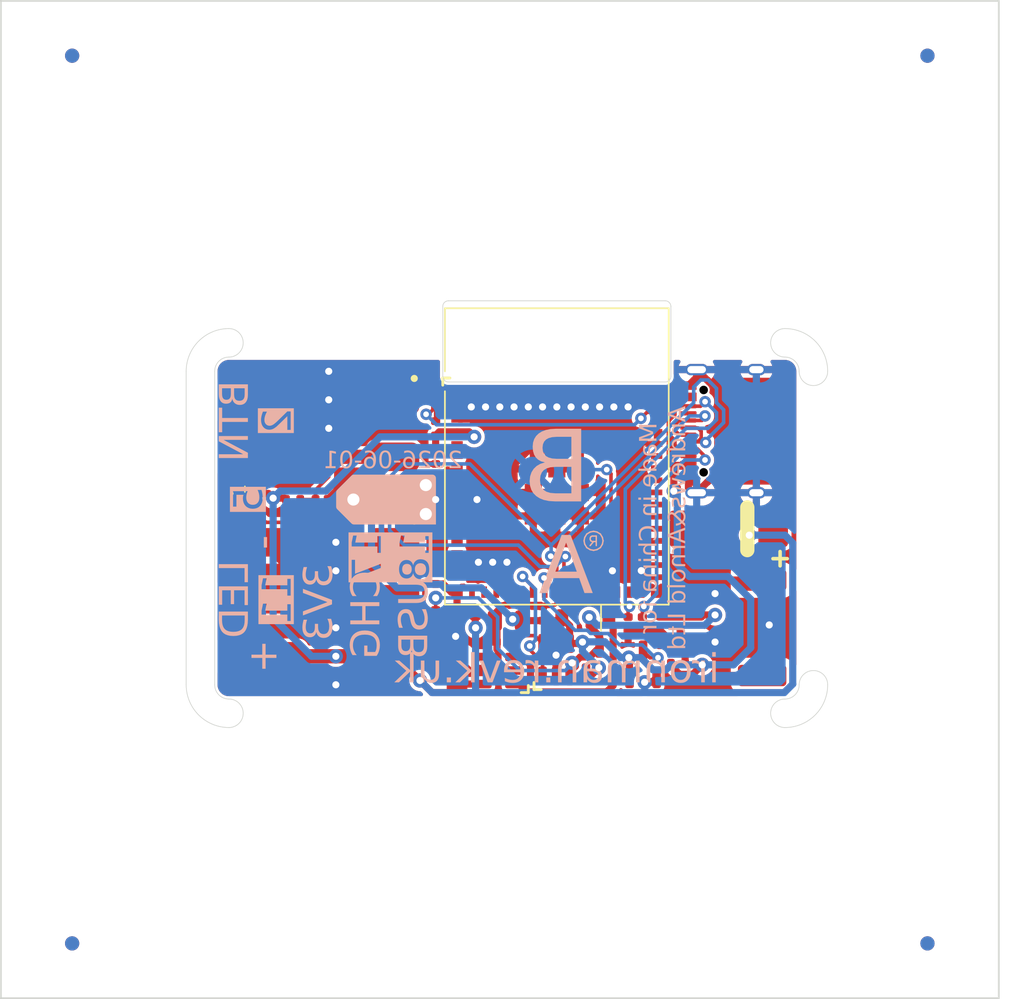
<source format=kicad_pcb>
(kicad_pcb (version 20241129) (generator "pcbnew") (generator_version "9.0")
  (title_block (title "Glove") (rev "5") (company "Adrian Kennard Andrews & Arnold Ltd") (comment 1 "www.me.uk") (comment 2 "@TheRealRevK"))
  (layers (0 "F.Cu" signal) (2 "B.Cu" signal) (13 "F.Paste" user) (15 "B.Paste" user) (5 "F.SilkS" user "F.Silkscreen") (7 "B.SilkS" user "B.Silkscreen") (1 "F.Mask" user) (3 "B.Mask" user) (25 "Edge.Cuts" user))
  (property "DATE" "2022-03-20")
  (net 0 "")
  (net 1 "D+")
  (net 2 "GND")
  (net 3 "D-")
  (net 4 "+3.3V")
  (net 5 "VBUS")
  (net 6 "Net-(J2-CC1)")
  (net 7 "Net-(D2-K)")
  (net 9 "Net-(J2-CC2)")
  (net 11 "LED")
  (net 12 "BTN")
  (net 14 "Net-(U1-EN)")
  (net 15 "RGB")
  (net 17 "USB")
  (net 21 "VBAT")
  (net 23 "Net-(U3-PROG)")
  (net 26 "ADC1")
  (net 40 "Net-(R7-Pad1)")
  (net 44 "CHARGING")
  (net 45 "Net-(J4-Pin_2)")
  (footprint "RevK:DFN1006-2L" (layer "F.Cu") (at 95.5 105.5 90)
    (property "Reference" "D1" (hide yes))
    (property "Value" "~")
  )
  (footprint "RevK:WAGO-2060-453-998-404" (layer "F.Cu") (at 88 107)
    (property "Reference" "J3" (hide yes))
    (property "Value" "Wago")
  )
  (footprint "RevK:R_0402" (layer "F.Cu") (at 95.5 95 90)
    (property "Reference" "R1" (hide yes))
    (property "Value" "10K" (hide yes))
  )
  (footprint "RevK:CP_EIA-7343-31_Kemet-D" (layer "F.Cu") (at 116.0625 102.05 180)
    (property "Reference" "C2" (hide yes))
    (property "Value" "C_Polarized")
  )
  (footprint "RevK:DFN1006-2L" (layer "F.Cu") (at 112.5 106.5)
    (property "Reference" "D20" (hide yes))
    (property "Value" "~")
  )
  (footprint "RevK:C_0805" (layer "F.Cu") (at 100.5 108.5 180)
    (property "Reference" "C26" (hide yes))
    (property "Value" "100uF")
  )
  (footprint "RevK:VCUT70N" (layer "F.Cu") (at 100 90)
    (property "Reference" "V1" (hide yes))
    (property "Value" "~")
  )
  (footprint "RevK:SOT-23-5" (layer "F.Cu") (at 103.95 111.2375 90)
    (property "Reference" "U3" (hide yes))
    (property "Value" "TP4054")
  )
  (footprint "RevK:R_0402" (layer "F.Cu") (at 109 108.75 90)
    (property "Reference" "R3" (hide yes))
    (property "Value" "5K1" (hide yes))
  )
  (footprint "RevK:R_0402" (layer "F.Cu") (at 95.5 110.15 -90)
    (property "Reference" "R7" (hide yes))
    (property "Value" "100K 1%" (hide yes))
  )
  (footprint "RevK:D_SOD-123" (layer "F.Cu") (at 106 108.3 180)
    (property "Reference" "D2" (hide yes))
    (property "Value" "MBR0530")
  )
  (footprint "RevK:SOT-23-5" (layer "F.Cu") (at 99.9 112 180)
    (property "Reference" "U4" (hide yes))
    (property "Value" "ME6211C33M5G-N")
  )
  (footprint "RevK:USB-C-Socket-H" (layer "F.Cu") (at 114.3 95.2 90)
    (property "Reference" "J2" (hide yes))
    (property "Value" "USB-C-Socket-V")
  )
  (footprint "RevK:ESP32-S3-MINI-1" (layer "F.Cu") (at 104 99.5)
    (property "Reference" "U1" (hide yes))
    (property "Value" "ESP32-S3-MINI-1" (hide yes))
  )
  (footprint "RevK:SOT-23" (layer "F.Cu") (at 110.05 111.5625 90)
    (property "Reference" "Q3" (hide yes))
    (property "Value" "CJ2301")
  )
  (footprint "RevK:R_0402" (layer "F.Cu") (at 100.3 110)
    (property "Reference" "R4" (hide yes))
    (property "Value" "10K" (hide yes))
  )
  (footprint "RevK:VCUT70N" (layer "F.Cu") (at 121 100 90)
    (property "Reference" "V2" (hide yes))
    (property "Value" "~")
  )
  (footprint "RevK:C_0805" (layer "F.Cu") (at 97 112 90)
    (property "Reference" "C1" (hide yes))
    (property "Value" "100uF")
  )
  (footprint "RevK:DFN1006-2L" (layer "F.Cu") (at 87.5 100 180)
    (property "Reference" "D3" (hide yes))
    (property "Value" "~")
  )
  (footprint "RevK:R_0402" (layer "F.Cu") (at 103 108 90)
    (property "Reference" "R5" (hide yes))
    (property "Value" "10K" (hide yes))
  )
  (footprint "RevK:R_0402" (layer "F.Cu") (at 95.5 108.25 -90)
    (property "Reference" "R9" (hide yes))
    (property "Value" "100K 1%" (hide yes))
  )
  (footprint "RevK:C_0402" (layer "F.Cu") (at 95.5 93 90)
    (property "Reference" "C5" (hide yes))
    (property "Value" "1uF" (hide yes))
  )
  (footprint "RevK:C_0603" (layer "F.Cu") (at 97.5 108 180)
    (property "Reference" "C20" (hide yes))
    (property "Value" "22uF")
  )
  (footprint "RevK:SOT-23" (layer "F.Cu") (at 107 111.3 90)
    (property "Reference" "Q1" (hide yes))
    (property "Value" "CJ2301")
  )
  (footprint "RevK:VCUT70N" (layer "F.Cu") (at 100 114 180)
    (property "Reference" "V4" (hide yes))
    (property "Value" "~")
  )
  (footprint "RevK:R_0402" (layer "F.Cu") (at 110 108.75 -90)
    (property "Reference" "R2" (hide yes))
    (property "Value" "5K1" (hide yes))
  )
  (footprint "RevK:R_0402" (layer "F.Cu") (at 85.5 100)
    (property "Reference" "R6" (hide yes))
    (property "Value" "10K" (hide yes))
  )
  (footprint "RevK:JST_PH_S2B-PH-SM4-TB_1x02-1MP_P2.00mm_Horizontal" (layer "F.Cu") (at 115.5 109 90)
    (property "Reference" "J1" (hide yes))
    (property "Value" "JST-PH-SM4-TB")
  )
  (footprint "RevK:R_0402" (layer "F.Cu") (at 112.5 111.5)
    (property "Reference" "R11" (hide yes))
    (property "Value" "100K 1%" (hide yes))
  )
  (footprint "RevK:SMD1010" (layer "F.Cu") (at 82 100)
    (property "Reference" "D4" (hide yes))
    (property "Value" "XL-1010RGBC-WS2812B" (hide yes))
  )
  (footprint "RevK:C_0402" (layer "F.Cu") (at 95.5 97 -90)
    (property "Reference" "C19" (hide yes))
    (property "Value" "100nF" (hide yes))
  )
  (footprint "RevK:WAGO-2060-452-998-404" (layer "F.Cu") (at 88 95)
    (property "Reference" "J5" (hide yes))
    (property "Value" "BTN")
  )
  (footprint "RevK:R_0402" (layer "F.Cu") (at 95.5 111.95 -90)
    (property "Reference" "R8" (hide yes))
    (property "Value" "100K 1%" (hide yes))
  )
  (footprint "RevK:Tag-Connect_TC2030-IDC-NL_2x03_P1.27mm_Vertical" (layer "B.Cu") (at 92.27 100)
    (property "Reference" "J7" (hide yes))
    (property "Value" "TC2030-USB-NL-DS")
  )
  (footprint "RevK:PCB7070" (layer "B.Cu") (at 100 100 180)
    (property "Reference" "PCB1" (hide yes))
    (property "Value" "70x70" (hide yes))
    (fp_line (start 35 35) (end 35 -35) (stroke (width 0.12)) (layer "Edge.Cuts"))
    (fp_line (start 35 -35) (end -35 -35) (stroke (width 0.12)) (layer "Edge.Cuts"))
    (fp_line (start -35 35) (end 35 35) (stroke (width 0.12)) (layer "Edge.Cuts"))
    (fp_line (start -35 -35) (end -35 35) (stroke (width 0.12)) (layer "Edge.Cuts"))
  )
  (footprint "RevK:AA-Pad" (layer "B.Cu") (at 104 98 180)
    (property "Reference" "J4" (hide yes))
    (property "Value" "Reset")
  )
  (gr_arc (start 120 88) (mid 122.12132 88.87868) (end 123 91) (stroke (width 0.05)) (layer "Edge.Cuts"))
  (gr_arc (start 81 88) (mid 82 89) (end 81 90) (stroke (width 0.05)) (layer "Edge.Cuts"))
  (gr_arc (start 120 90) (mid 119 89) (end 120 88) (stroke (width 0.05)) (layer "Edge.Cuts"))
  (gr_line (start 112 91.35) (end 112 86.45) (stroke (width 0.05)) (layer "Edge.Cuts"))
  (gr_line (start 78 113) (end 78 91) (stroke (width 0.05)) (layer "Edge.Cuts"))
  (gr_arc (start 123 113) (mid 122.12132 115.12132) (end 120 116) (stroke (width 0.05)) (layer "Edge.Cuts"))
  (gr_arc (start 78 91) (mid 78.87868 88.87868) (end 81 88) (stroke (width 0.05)) (layer "Edge.Cuts"))
  (gr_arc (start 80 91) (mid 80.292893 90.292893) (end 81 90) (stroke (width 0.05)) (layer "Edge.Cuts"))
  (gr_arc (start 121 113) (mid 120.707107 113.707107) (end 120 114) (stroke (width 0.05)) (layer "Edge.Cuts"))
  (gr_arc (start 96.4 91.75) (mid 96.117157 91.632843) (end 96 91.35) (stroke (width 0.05)) (layer "Edge.Cuts"))
  (gr_arc (start 96 86.45) (mid 96.117157 86.167157) (end 96.4 86.05) (stroke (width 0.05)) (layer "Edge.Cuts"))
  (gr_arc (start 121 113) (mid 122 112) (end 123 113) (stroke (width 0.05)) (layer "Edge.Cuts"))
  (gr_arc (start 81 114) (mid 80.292893 113.707107) (end 80 113) (stroke (width 0.05)) (layer "Edge.Cuts"))
  (gr_arc (start 123 91) (mid 122 92) (end 121 91) (stroke (width 0.05)) (layer "Edge.Cuts"))
  (gr_arc (start 120 90) (mid 120.707107 90.292893) (end 121 91) (stroke (width 0.05)) (layer "Edge.Cuts"))
  (gr_arc (start 81 114) (mid 82 115) (end 81 116) (stroke (width 0.05)) (layer "Edge.Cuts"))
  (gr_arc (start 120 116) (mid 119 115) (end 120 114) (stroke (width 0.05)) (layer "Edge.Cuts"))
  (gr_arc (start 81 116) (mid 78.87868 115.12132) (end 78 113) (stroke (width 0.05)) (layer "Edge.Cuts"))
  (gr_arc (start 112 91.35) (mid 111.882843 91.632843) (end 111.6 91.75) (stroke (width 0.05)) (layer "Edge.Cuts"))
  (gr_line (start 80 91) (end 80 113) (stroke (width 0.05)) (layer "Edge.Cuts"))
  (gr_arc (start 111.6 86.05) (mid 111.882843 86.167157) (end 112 86.45) (stroke (width 0.05)) (layer "Edge.Cuts"))
  (gr_line (start 111.6 86.05) (end 96.4 86.05) (stroke (width 0.05)) (layer "Edge.Cuts"))
  (gr_line (start 111.6 91.75) (end 96.4 91.75) (stroke (width 0.05)) (layer "Edge.Cuts"))
  (gr_line (start 96 91.35) (end 96 86.45) (stroke (width 0.05)) (layer "Edge.Cuts"))
  (gr_text "${CURRENT_DATE}" (at 92.5 97.3 0) (layer "B.SilkS") (effects (font (size 1.2 1.2)) (justify mirror)))
  (gr_text "3V3" (at 87.4 107.2 90) (layer "B.SilkS") (effects (font (size 2 2)) (justify mirror)))
  (gr_text "+" (at 83.5 111 90) (layer "B.SilkS") (effects (font (size 2 2)) (justify mirror)))
  (gr_text "Made in China for\nAndrews&Arnold Ltd" (at 111.5 102 90) (layer "B.SilkS") (effects (font (size 1.2 1.2)) (justify mirror)))
  (gr_text "2" (at 84.5 94.5 90) (layer "B.SilkS" knockout) (effects (font (size 2 2)) (justify mirror)))
  (gr_text "17\n18" (at 92.5 104 90) (layer "B.SilkS" knockout) (effects (font (size 2 2)) (justify mirror)))
  (gr_text "LED" (at 81.5 107 90) (layer "B.SilkS") (effects (font (size 2 2)) (justify mirror)))
  (gr_text "-" (at 83.5 103 90) (layer "B.SilkS") (effects (font (size 2 2)) (justify mirror)))
  (gr_text "5" (at 82.5 100 90) (layer "B.SilkS" knockout) (effects (font (size 2 2)) (justify mirror)))
  (gr_text "11" (at 84.5 107 90) (layer "B.SilkS" knockout) (effects (font (size 2 2)) (justify mirror)))
  (gr_text "A" (at 104.65 104.9 0) (layer "B.SilkS") (effects (font (size 4 4)) (justify mirror)))
  (gr_text "CHG\nUSB" (at 92.4 111.2 90) (layer "B.SilkS") (effects (font (size 2 2)) (justify right mirror)))
  (gr_text "ironman.revk.uk" (at 104 112 0) (layer "B.SilkS") (effects (font (size 2 2)) (justify mirror)))
  (gr_text "BTN" (at 81.5 94.5 90) (layer "B.SilkS") (effects (font (size 2 2)) (justify mirror)))
  (gr_text "®" (at 107.5 103.5 0) (layer "B.SilkS") (effects (font (size 1 1) (thickness 0.1) (bold yes)) (justify left bottom mirror)))
  (segment (start 112.334 94.706822) (end 112.334 95.193178) (width 0.25) (layer "F.Cu") (net 1))
  (segment (start 114.353605 94.206052) (end 114.364693 94.194964) (width 0.25) (layer "F.Cu") (net 1))
  (segment (start 114.353605 94.220096) (end 114.353605 94.206052) (width 0.25) (layer "F.Cu") (net 1))
  (segment (start 104.5 104.1) (end 104.6 104) (width 0.25) (layer "F.Cu") (net 1))
  (segment (start 114.364693 94.184053) (end 114.372888 94.175858) (width 0.25) (layer "F.Cu") (net 1))
  (segment (start 114.39103 94.132674) (end 114.391295 94.132409) (width 0.25) (layer "F.Cu") (net 1))
  (segment (start 104.5 105.7) (end 104.5 104.1) (width 0.25) (layer "F.Cu") (net 1))
  (segment (start 113.23 94.45) (end 114.164694 94.45) (width 0.25) (layer "F.Cu") (net 1))
  (segment (start 104.85 106.05) (end 104.5 105.7) (width 0.25) (layer "F.Cu") (net 1))
  (segment (start 112.566822 95.426) (end 113.206 95.426) (width 0.25) (layer "F.Cu") (net 1))
  (segment (start 114.387808 94.140808) (end 114.387808 94.138944) (width 0.25) (layer "F.Cu") (net 1))
  (segment (start 114.387808 94.138944) (end 114.38914 94.137612) (width 0.25) (layer "F.Cu") (net 1))
  (segment (start 114.378788 94.156491) (end 114.382954 94.152325) (width 0.25) (layer "F.Cu") (net 1))
  (segment (start 114.38914 94.136352) (end 114.390034 94.135458) (width 0.25) (layer "F.Cu") (net 1))
  (segment (start 114.391295 94.132409) (end 114.391295 94.131665) (width 0.25) (layer "F.Cu") (net 1))
  (segment (start 114.385839 94.142777) (end 114.387808 94.140808) (width 0.25) (layer "F.Cu") (net 1))
  (segment (start 114.385839 94.145504) (end 114.385839 94.142777) (width 0.25) (layer "F.Cu") (net 1))
  (segment (start 114.382954 94.148389) (end 114.385839 94.145504) (width 0.25) (layer "F.Cu") (net 1))
  (segment (start 114.164694 94.45) (end 114.33931 94.275384) (width 0.25) (layer "F.Cu") (net 1))
  (segment (start 112.334 95.193178) (end 112.566822 95.426) (width 0.25) (layer "F.Cu") (net 1))
  (segment (start 114.33931 94.234391) (end 114.353605 94.220096) (width 0.25) (layer "F.Cu") (net 1))
  (segment (start 114.382954 94.152325) (end 114.382954 94.148389) (width 0.25) (layer "F.Cu") (net 1))
  (segment (start 114.372888 94.175858) (end 114.372888 94.167974) (width 0.25) (layer "F.Cu") (net 1))
  (segment (start 112.566822 94.474) (end 112.334 94.706822) (width 0.25) (layer "F.Cu") (net 1))
  (segment (start 112.966 94.474) (end 112.566822 94.474) (width 0.25) (layer "F.Cu") (net 1))
  (segment (start 114.390632 94.13345) (end 114.39103 94.133052) (width 0.25) (layer "F.Cu") (net 1))
  (segment (start 114.364693 94.194964) (end 114.364693 94.184053) (width 0.25) (layer "F.Cu") (net 1))
  (segment (start 114.390632 94.134015) (end 114.390632 94.13345) (width 0.25) (layer "F.Cu") (net 1))
  (segment (start 114.390034 94.135458) (end 114.390034 94.134613) (width 0.25) (layer "F.Cu") (net 1))
  (segment (start 114.38914 94.137612) (end 114.38914 94.136352) (width 0.25) (layer "F.Cu") (net 1))
  (segment (start 114.33931 94.275384) (end 114.33931 94.234391) (width 0.25) (layer "F.Cu") (net 1))
  (segment (start 104.85 106.5) (end 104.85 106.05) (width 0.25) (layer "F.Cu") (net 1))
  (segment (start 114.39103 94.133052) (end 114.39103 94.132674) (width 0.25) (layer "F.Cu") (net 1))
  (segment (start 114.390034 94.134613) (end 114.390632 94.134015) (width 0.25) (layer "F.Cu") (net 1))
  (segment (start 114.372888 94.167974) (end 114.378788 94.162074) (width 0.25) (layer "F.Cu") (net 1))
  (segment (start 114.378788 94.162074) (end 114.378788 94.156491) (width 0.25) (layer "F.Cu") (net 1))
  (via (at 104.6 104) (size 0.8) (drill 0.4) (layers "F.Cu" "B.Cu") (net 1))
  (via (at 114.391295 94.131665) (size 0.8) (drill 0.4) (layers "F.Cu" "B.Cu") (net 1))
  (segment (start 92.27 102.17) (end 92.27 100.635) (width 0.25) (layer "B.Cu") (net 1))
  (segment (start 113.304731 94.131665) (end 114.391295 94.131665) (width 0.25) (layer "B.Cu") (net 1))
  (segment (start 102.8 104.7) (end 101.3 103.2) (width 0.25) (layer "B.Cu") (net 1))
  (segment (start 104.6 104) (end 104.2 103.6) (width 0.25) (layer "B.Cu") (net 1))
  (segment (start 103.9 104.7) (end 104.6 104) (width 0.25) (layer "B.Cu") (net 1))
  (segment (start 104.2 103.6) (end 104.2 103.236396) (width 0.25) (layer "B.Cu") (net 1))
  (segment (start 101.3 103.2) (end 93.3 103.2) (width 0.25) (layer "B.Cu") (net 1))
  (segment (start 102.8 104.7) (end 103.9 104.7) (width 0.25) (layer "B.Cu") (net 1))
  (segment (start 93.3 103.2) (end 92.27 102.17) (width 0.25) (layer "B.Cu") (net 1))
  (segment (start 104.2 103.236396) (end 113.304731 94.131665) (width 0.25) (layer "B.Cu") (net 1))
  (segment (start 95.876708 112.45) (end 97 111.326708) (width 0.5) (layer "F.Cu") (net 2))
  (segment (start 97.85 112) (end 97 111.15) (width 0.5) (layer "F.Cu") (net 2))
  (segment (start 94.751 96.119522) (end 93.631478 95) (width 0.4) (layer "F.Cu") (net 2))
  (segment (start 111.306497 109.25) (end 112.056497 110) (width 0.5) (layer "F.Cu") (net 2))
  (segment (start 96.6 106.5) (end 97 106.5) (width 0.5) (layer "F.Cu") (net 2))
  (segment (start 94.662706 106.137294) (end 94.676 106.150588) (width 0.25) (layer "F.Cu") (net 2))
  (segment (start 94.676 107.849412) (end 93.525412 109) (width 0.25) (layer "F.Cu") (net 2))
  (segment (start 114.564 98.766) (end 114.580008 98.766) (width 0.5) (layer "F.Cu") (net 2))
  (segment (start 118 95.76) (end 117.44 95.2) (width 0.5) (layer "F.Cu") (net 2))
  (segment (start 101.02342 107.374) (end 102.874 107.374) (width 0.4) (layer "F.Cu") (net 2))
  (segment (start 94.914588 97.5) (end 94.801 97.386412) (width 0.4) (layer "F.Cu") (net 2))
  (segment (start 93.525412 109) (end 88.5 109) (width 0.25) (layer "F.Cu") (net 2))
  (segment (start 113.81 90.88) (end 113.81 91.42) (width 0.5) (layer "F.Cu") (net 2))
  (segment (start 100.2 107.4) (end 100.99742 107.4) (width 0.4) (layer "F.Cu") (net 2))
  (segment (start 114.976 98.354) (end 117.44 95.89) (width 0.5) (layer "F.Cu") (net 2))
  (segment (start 95.5 105.925) (end 96.025 105.925) (width 0.5) (layer "F.Cu") (net 2))
  (segment (start 112.075 106.5) (end 111 106.5) (width 0.5) (layer "F.Cu") (net 2))
  (segment (start 95.5 97.5) (end 94.914588 97.5) (width 0.4) (layer "F.Cu") (net 2))
  (segment (start 95.5 112.45) (end 95.876708 112.45) (width 0.5) (layer "F.Cu") (net 2))
  (segment (start 113.81 99.52) (end 114.564 98.766) (width 0.5) (layer "F.Cu") (net 2))
  (segment (start 100.99742 107.4) (end 101.02342 107.374) (width 0.4) (layer "F.Cu") (net 2))
  (segment (start 117.44 95.89) (end 117.44 95.2) (width 0.5) (layer "F.Cu") (net 2))
  (segment (start 94.779 96.851718) (end 94.779 96.279) (width 0.4) (layer "F.Cu") (net 2))
  (segment (start 103 107.5) (end 103.6 107.5) (width 0.25) (layer "F.Cu") (net 2))
  (segment (start 102.874 107.374) (end 103 107.5) (width 0.4) (layer "F.Cu") (net 2))
  (segment (start 117.44 94.51) (end 117.44 95.2) (width 0.5) (layer "F.Cu") (net 2))
  (segment (start 116.15 112.35) (end 114.826 113.674) (width 0.25) (layer "F.Cu") (net 2))
  (segment (start 113 111.5) (end 113 110.35) (width 0.5) (layer "F.Cu") (net 2))
  (segment (start 93.631478 95) (end 88 95) (width 0.4) (layer "F.Cu") (net 2))
  (segment (start 113.81 98.98) (end 113.23 98.4) (width 0.5) (layer "F.Cu") (net 2))
  (segment (start 94.779 96.279) (end 94.751 96.251) (width 0.4) (layer "F.Cu") (net 2))
  (segment (start 103.945497 110.920072) (end 103.945497 112.370497) (width 0.5) (layer "F.Cu") (net 2))
  (segment (start 94.751 96.251) (end 94.751 96.119522) (width 0.4) (layer "F.Cu") (net 2))
  (segment (start 101.0375 112) (end 97.85 112) (width 0.5) (layer "F.Cu") (net 2))
  (segment (start 113.81 99.52) (end 113.81 98.98) (width 0.5) (layer "F.Cu") (net 2))
  (segment (start 94.801 97.386412) (end 94.801 96.873718) (width 0.4) (layer "F.Cu") (net 2))
  (segment (start 99.65 107.95) (end 100.2 107.4) (width 0.4) (layer "F.Cu") (net 2))
  (segment (start 103.864534 107.4) (end 103.964534 107.3) (width 0.25) (layer "F.Cu") (net 2))
  (segment (start 114.564 91.634) (end 114.580008 91.634) (width 0.5) (layer "F.Cu") (net 2))
  (segment (start 94.801 96.873718) (end 94.779 96.851718) (width 0.4) (layer "F.Cu") (net 2))
  (segment (start 118 94.64) (end 117.44 95.2) (width 0.5) (layer "F.Cu") (net 2))
  (segment (start 114.976 92.046) (end 117.44 94.51) (width 0.5) (layer "F.Cu") (net 2))
  (segment (start 97 107.725) (end 96.725 108) (width 0.5) (layer "F.Cu") (net 2))
  (segment (start 103.7 107.4) (end 103.864534 107.4) (width 0.25) (layer "F.Cu") (net 2))
  (segment (start 114.826 113.674) (end 109 113.674) (width 0.25) (layer "F.Cu") (net 2))
  (segment (start 103.6 107.5) (end 103.7 107.4) (width 0.25) (layer "F.Cu") (net 2))
  (segment (start 95.5 105.925) (end 94.875 105.925) (width 0.25) (layer "F.Cu") (net 2))
  (segment (start 114.580008 98.766) (end 114.976 98.370008) (width 0.5) (layer "F.Cu") (net 2))
  (segment (start 113.81 91.42) (end 113.23 92) (width 0.5) (layer "F.Cu") (net 2))
  (segment (start 92.6 93) (end 83.35 93) (width 1) (layer "F.Cu") (net 2))
  (segment (start 113 110.35) (end 112.65 110) (width 0.5) (layer "F.Cu") (net 2))
  (segment (start 96.025 105.925) (end 96.6 106.5) (width 0.5) (layer "F.Cu") (net 2))
  (segment (start 114.580008 91.634) (end 114.976 92.029992) (width 0.5) (layer "F.Cu") (net 2))
  (segment (start 109 109.25) (end 111.306497 109.25) (width 0.5) (layer "F.Cu") (net 2))
  (segment (start 114.976 92.029992) (end 114.976 92.046) (width 0.5) (layer "F.Cu") (net 2))
  (segment (start 99.65 108.5) (end 99.65 107.95) (width 0.4) (layer "F.Cu") (net 2))
  (segment (start 94.676 106.150588) (end 94.676 107.849412) (width 0.25) (layer "F.Cu") (net 2))
  (segment (start 97 106.5) (end 97 107.725) (width 0.5) (layer "F.Cu") (net 2))
  (segment (start 103.964534 107.3) (end 104.7 107.3) (width 0.25) (layer "F.Cu") (net 2))
  (segment (start 94.875 105.925) (end 94.662706 106.137294) (width 0.25) (layer "F.Cu") (net 2))
  (segment (start 118 90.88) (end 118 94.64) (width 0.5) (layer "F.Cu") (net 2))
  (segment (start 118 99.52) (end 118 95.76) (width 0.5) (layer "F.Cu") (net 2))
  (segment (start 113.81 90.88) (end 114.564 91.634) (width 0.5) (layer "F.Cu") (net 2))
  (segment (start 114.976 98.370008) (end 114.976 98.354) (width 0.5) (layer "F.Cu") (net 2))
  (segment (start 118.4 112.35) (end 116.15 112.35) (width 0.25) (layer "F.Cu") (net 2))
  (segment (start 92.6 103) (end 83.35 103) (width 1) (layer "F.Cu") (net 2))
  (via (at 98.5 104.4) (size 1) (drill 0.5) (layers "F.Cu" "B.Cu") (net 2))
  (via (at 99.5 104.4) (size 1) (drill 0.5) (layers "F.Cu" "B.Cu") (net 2))
  (via (at 88.5 113) (size 1) (drill 0.5) (layers "F.Cu" "B.Cu") (net 2))
  (via (at 100 93.5) (size 1) (drill 0.5) (layers "F.Cu" "B.Cu") (net 2))
  (via (at 88.5 103) (size 1) (drill 0.5) (layers "F.Cu" "B.Cu") (net 2))
  (via (at 115.1 106.6) (size 1) (drill 0.5) (layers "F.Cu" "B.Cu") (net 2))
  (via (at 102 93.5) (size 1) (drill 0.5) (layers "F.Cu" "B.Cu") (net 2))
  (via (at 88.5 109) (size 1) (drill 0.5) (layers "F.Cu" "B.Cu") (net 2))
  (via (at 115.1 110) (size 1) (drill 0.5) (layers "F.Cu" "B.Cu") (net 2))
  (via (at 88 91) (size 1) (drill 0.5) (layers "F.Cu" "B.Cu") (net 2))
  (via (at 98 93.5) (size 1) (drill 0.5) (layers "F.Cu" "B.Cu") (net 2))
  (via (at 100.5 104.4) (size 1) (drill 0.5) (layers "F.Cu" "B.Cu") (net 2))
  (via (at 109 93.5) (size 1) (drill 0.5) (layers "F.Cu" "B.Cu") (net 2))
  (via (at 96.9 109.6) (size 1) (drill 0.5) (layers "F.Cu" "B.Cu") (net 2))
  (via (at 88 95) (size 1) (drill 0.5) (layers "F.Cu" "B.Cu") (net 2))
  (via (at 118.9 108.8) (size 1) (drill 0.5) (layers "F.Cu" "B.Cu") (net 2))
  (via (at 104 93.5) (size 1) (drill 0.5) (layers "F.Cu" "B.Cu") (net 2))
  (via (at 98.4 100) (size 1) (drill 0.5) (layers "F.Cu" "B.Cu") (net 2))
  (via (at 99 93.5) (size 1) (drill 0.5) (layers "F.Cu" "B.Cu") (net 2))
  (via (at 101 93.5) (size 1) (drill 0.5) (layers "F.Cu" "B.Cu") (net 2))
  (via (at 108 93.5) (size 1) (drill 0.5) (layers "F.Cu" "B.Cu") (net 2))
  (via (at 103.945497 110.920072) (size 1) (drill 0.5) (layers "F.Cu" "B.Cu") (net 2))
  (via (at 107.9 105) (size 1) (drill 0.5) (layers "F.Cu" "B.Cu") (net 2))
  (via (at 95.5 100) (size 1) (drill 0.5) (layers "F.Cu" "B.Cu") (net 2))
  (via (at 88 93) (size 1) (drill 0.5) (layers "F.Cu" "B.Cu") (net 2))
  (via (at 106 93.5) (size 1) (drill 0.5) (layers "F.Cu" "B.Cu") (net 2))
  (via (at 105 93.5) (size 1) (drill 0.5) (layers "F.Cu" "B.Cu") (net 2))
  (via (at 103 93.5) (size 1) (drill 0.5) (layers "F.Cu" "B.Cu") (net 2))
  (via (at 88.5 105) (size 1) (drill 0.5) (layers "F.Cu" "B.Cu") (net 2))
  (via (at 109.924 104.989478) (size 1) (drill 0.5) (layers "F.Cu" "B.Cu") (net 2))
  (via (at 107 93.5) (size 1) (drill 0.5) (layers "F.Cu" "B.Cu") (net 2))
  (segment (start 93.54 100.635) (end 93.54 99.365) (width 1) (layer "B.Cu") (net 2))
  (segment (start 104 104.475) (end 103.586269 104.061269) (width 0.25) (layer "F.Cu") (net 3))
  (segment (start 104 106.5) (end 104 104.475) (width 0.25) (layer "F.Cu") (net 3))
  (segment (start 113.614 94.974) (end 113.893178 94.974) (width 0.25) (layer "F.Cu") (net 3))
  (segment (start 113.23 95.95) (end 114.339998 95.95) (width 0.25) (layer "F.Cu") (net 3))
  (segment (start 114.339998 95.95) (end 114.415689 96.025691) (width 0.25) (layer "F.Cu") (net 3))
  (segment (start 114.426157 96.025691) (end 114.434376 96.017472) (width 0.25) (layer "F.Cu") (net 3))
  (segment (start 114.415689 96.025691) (end 114.426157 96.025691) (width 0.25) (layer "F.Cu") (net 3))
  (segment (start 103.586269 104.061269) (end 103.586269 104.022512) (width 0.25) (layer "F.Cu") (net 3))
  (segment (start 114.126 95.693178) (end 113.893178 95.926) (width 0.25) (layer "F.Cu") (net 3))
  (segment (start 103.586269 104.022512) (end 103.570261 104.006504) (width 0.25) (layer "F.Cu") (net 3))
  (segment (start 114.439998 96.007296) (end 114.439998 95.996338) (width 0.25) (layer "F.Cu") (net 3))
  (segment (start 114.126 95.206822) (end 114.126 95.693178) (width 0.25) (layer "F.Cu") (net 3))
  (segment (start 113.893178 94.974) (end 114.126 95.206822) (width 0.25) (layer "F.Cu") (net 3))
  (segment (start 103.570261 104.006504) (end 103.570261 103.975) (width 0.25) (layer "F.Cu") (net 3))
  (segment (start 114.434376 96.017472) (end 114.434376 96.012918) (width 0.25) (layer "F.Cu") (net 3))
  (segment (start 113.893178 95.926) (end 113.254 95.926) (width 0.25) (layer "F.Cu") (net 3))
  (segment (start 114.434376 96.012918) (end 114.439998 96.007296) (width 0.25) (layer "F.Cu") (net 3))
  (segment (start 114.439998 95.996338) (end 114.44041 95.995926) (width 0.25) (layer "F.Cu") (net 3))
  (via (at 103.570261 103.975) (size 0.8) (drill 0.4) (layers "F.Cu" "B.Cu") (net 3))
  (via (at 114.44041 95.995926) (size 0.8) (drill 0.4) (layers "F.Cu" "B.Cu") (net 3))
  (segment (start 103.6 103.2) (end 97.9 97.5) (width 0.25) (layer "B.Cu") (net 3))
  (segment (start 114.1 91.606) (end 113.6 92.106) (width 0.25) (layer "B.Cu") (net 3))
  (segment (start 115.7 94.6) (end 115.7 93.7) (width 0.25) (layer "B.Cu") (net 3))
  (segment (start 113.6 92.106) (end 113.6 93.2) (width 0.25) (layer "B.Cu") (net 3))
  (segment (start 103.581963 103.986702) (end 103.570261 103.975) (width 0.25) (layer "B.Cu") (net 3))
  (segment (start 103.6 103.2) (end 103.6 103.985571) (width 0.25) (layer "B.Cu") (net 3))
  (segment (start 115.2 92.2) (end 114.606 91.606) (width 0.25) (layer "B.Cu") (net 3))
  (segment (start 114.606 91.606) (end 114.1 91.606) (width 0.25) (layer "B.Cu") (net 3))
  (segment (start 113.6 93.2) (end 107.55 99.25) (width 0.25) (layer "B.Cu") (net 3))
  (segment (start 115.7 93.7) (end 115.2 93.2) (width 0.25) (layer "B.Cu") (net 3))
  (segment (start 93.2 97.5) (end 92.27 98.43) (width 0.25) (layer "B.Cu") (net 3))
  (segment (start 92.27 98.43) (end 92.27 99.365) (width 0.25) (layer "B.Cu") (net 3))
  (segment (start 103.598869 103.986702) (end 103.581963 103.986702) (width 0.25) (layer "B.Cu") (net 3))
  (segment (start 114.44041 95.995926) (end 114.44041 95.85959) (width 0.25) (layer "B.Cu") (net 3))
  (segment (start 103.6 103.985571) (end 103.598869 103.986702) (width 0.25) (layer "B.Cu") (net 3))
  (segment (start 114.44041 95.85959) (end 115.7 94.6) (width 0.25) (layer "B.Cu") (net 3))
  (segment (start 97.9 97.5) (end 93.2 97.5) (width 0.25) (layer "B.Cu") (net 3))
  (segment (start 103.6 103.2) (end 107.55 99.25) (width 0.25) (layer "B.Cu") (net 3))
  (segment (start 115.2 93.2) (end 115.2 92.2) (width 0.25) (layer "B.Cu") (net 3))
  (segment (start 92.7 111) (end 94.4 112.7) (width 0.5) (layer "F.Cu") (net 4))
  (segment (start 98.8625 112.95) (end 97.1 112.95) (width 0.5) (layer "F.Cu") (net 4))
  (segment (start 83.775 99.575) (end 84.1 99.9) (width 0.5) (layer "F.Cu") (net 4))
  (segment (start 95.75 95.25) (end 95.5 95.5) (width 0.5) (layer "F.Cu") (net 4))
  (segment (start 95.5 96.5) (end 95.5 95.5) (width 0.5) (layer "F.Cu") (net 4))
  (segment (start 84.1 99.9) (end 84.9 99.9) (width 0.5) (layer "F.Cu") (net 4))
  (segment (start 111 112.5) (end 110.680975 112.819025) (width 0.5) (layer "F.Cu") (net 4))
  (segment (start 88.5 111) (end 92.6 111) (width 1) (layer "F.Cu") (net 4))
  (segment (start 84.9 99.9) (end 85 100) (width 0.5) (layer "F.Cu") (net 4))
  (segment (start 95.249 113.549) (end 96.501 113.549) (width 0.5) (layer "F.Cu") (net 4))
  (segment (start 97 95.25) (end 95.75 95.25) (width 0.5) (layer "F.Cu") (net 4))
  (segment (start 117.5 102.5) (end 119.1125 102.5) (width 0.5) (layer "F.Cu") (net 4))
  (segment (start 98.275 108.975) (end 98.3 109) (width 0.5) (layer "F.Cu") (net 4))
  (segment (start 98.275 108) (end 98.275 108.975) (width 0.5) (layer "F.Cu") (net 4))
  (segment (start 83.35 111) (end 88.5 111) (width 1) (layer "F.Cu") (net 4))
  (segment (start 94.4 112.7) (end 95.249 113.549) (width 0.5) (layer "F.Cu") (net 4))
  (segment (start 110.680975 112.819025) (end 110.159387 112.819025) (width 0.5) (layer "F.Cu") (net 4))
  (segment (start 97.85 95.25) (end 98.2 95.6) (width 0.5) (layer "F.Cu") (net 4))
  (segment (start 82.425 99.575) (end 83.775 99.575) (width 0.5) (layer "F.Cu") (net 4))
  (segment (start 96.501 113.549) (end 97 113.05) (width 0.5) (layer "F.Cu") (net 4))
  (segment (start 97 95.25) (end 97.85 95.25) (width 0.5) (layer "F.Cu") (net 4))
  (via (at 94.4 112.7) (size 1) (drill 0.5) (layers "F.Cu" "B.Cu") (net 4))
  (via (at 110.159387 112.819025) (size 1) (drill 0.5) (layers "F.Cu" "B.Cu") (net 4))
  (via (at 98.3 109) (size 1) (drill 0.5) (layers "F.Cu" "B.Cu") (net 4))
  (via (at 98.2 95.6) (size 1) (drill 0.5) (layers "F.Cu" "B.Cu") (net 4))
  (via (at 84.1 99.9) (size 1) (drill 0.5) (layers "F.Cu" "B.Cu") (net 4))
  (via (at 117.5 102.5) (size 1) (drill 0.5) (layers "F.Cu" "B.Cu") (net 4))
  (via (at 88.5 111) (size 1) (drill 0.5) (layers "F.Cu" "B.Cu") (net 4))
  (segment (start 98.3 109) (end 98.3 113.549) (width 0.5) (layer "B.Cu") (net 4))
  (segment (start 110.166788 112.826426) (end 110.159387 112.819025) (width 0.5) (layer "B.Cu") (net 4))
  (segment (start 84.1 108.3) (end 86.8 111) (width 0.5) (layer "B.Cu") (net 4))
  (segment (start 110.3 113.549) (end 110.166788 113.415788) (width 0.5) (layer "B.Cu") (net 4))
  (segment (start 84.6 99.4) (end 84.1 99.9) (width 0.5) (layer "B.Cu") (net 4))
  (segment (start 119.951 113.549) (end 116 113.549) (width 0.5) (layer "B.Cu") (net 4))
  (segment (start 98.3 113.549) (end 110.3 113.549) (width 0.5) (layer "B.Cu") (net 4))
  (segment (start 110.166788 113.415788) (end 110.166788 112.826426) (width 0.5) (layer "B.Cu") (net 4))
  (segment (start 95.4 113.549) (end 95.249 113.549) (width 0.5) (layer "B.Cu") (net 4))
  (segment (start 86.8 111) (end 88.5 111) (width 0.5) (layer "B.Cu") (net 4))
  (segment (start 95.249 113.549) (end 94.4 112.7) (width 0.5) (layer "B.Cu") (net 4))
  (segment (start 98.3 113.549) (end 95.4 113.549) (width 0.5) (layer "B.Cu") (net 4))
  (segment (start 120.549 112.951) (end 119.951 113.549) (width 0.5) (layer "B.Cu") (net 4))
  (segment (start 117.5 102.5) (end 120 102.5) (width 0.5) (layer "B.Cu") (net 4))
  (segment (start 120 102.5) (end 120.549 103.049) (width 0.5) (layer "B.Cu") (net 4))
  (segment (start 120.549 103.049) (end 120.549 112.951) (width 0.5) (layer "B.Cu") (net 4))
  (segment (start 87.8 99.4) (end 84.6 99.4) (width 0.5) (layer "B.Cu") (net 4))
  (segment (start 87.8 99.4) (end 91.6 95.6) (width 0.5) (layer "B.Cu") (net 4))
  (segment (start 110.3 113.549) (end 116 113.549) (width 0.5) (layer "B.Cu") (net 4))
  (segment (start 84.1 99.9) (end 84.1 108.3) (width 0.5) (layer "B.Cu") (net 4))
  (segment (start 98.2 95.6) (end 91.6 95.6) (width 0.5) (layer "B.Cu") (net 4))
  (segment (start 104.9 110.1) (end 104.9 108.85) (width 0.5) (layer "F.Cu") (net 5))
  (segment (start 112.449 99.151) (end 112.2 99.4) (width 0.5) (layer "F.Cu") (net 5))
  (segment (start 101.55 108.5) (end 101 108.5) (width 0.5) (layer "F.Cu") (net 5))
  (segment (start 112.618528 112.271) (end 112 111.652472) (width 0.5) (layer "F.Cu") (net 5))
  (segment (start 105.7 110.1) (end 105.8 110) (width 0.5) (layer "F.Cu") (net 5))
  (segment (start 113.529 112.271) (end 114.2 111.6) (width 0.5) (layer "F.Cu") (net 5))
  (segment (start 103 108.5) (end 101.55 108.5) (width 0.5) (layer "F.Cu") (net 5))
  (segment (start 112.209 99.151) (end 112.449 99.151) (width 0.5) (layer "F.Cu") (net 5))
  (segment (start 106.05 112.2375) (end 106.5125 112.2375) (width 0.5) (layer "F.Cu") (net 5))
  (segment (start 113.051 97.649) (end 112.209 97.649) (width 0.5) (layer "F.Cu") (net 5))
  (segment (start 106.5125 112.2375) (end 106.95 111.8) (width 0.5) (layer "F.Cu") (net 5))
  (segment (start 109.1 112.5) (end 109.1 111.141576) (width 0.5) (layer "F.Cu") (net 5))
  (segment (start 109.1 111.141576) (end 109.05 111.091576) (width 0.5) (layer "F.Cu") (net 5))
  (segment (start 104.9 110.1) (end 105.7 110.1) (width 0.5) (layer "F.Cu") (net 5))
  (segment (start 113.529 112.271) (end 112.618528 112.271) (width 0.5) (layer "F.Cu") (net 5))
  (segment (start 101 108.5) (end 100.9 108.4) (width 0.5) (layer "F.Cu") (net 5))
  (segment (start 112 111.652472) (end 112 111.5) (width 0.5) (layer "F.Cu") (net 5))
  (segment (start 103 108.5) (end 104.15 108.5) (width 0.5) (layer "F.Cu") (net 5))
  (segment (start 104.9 108.85) (end 104.35 108.3) (width 0.5) (layer "F.Cu") (net 5))
  (segment (start 112.209 97.649) (end 112.209 99.151) (width 0.5) (layer "F.Cu") (net 5))
  (via (at 105.8 110) (size 1) (drill 0.5) (layers "F.Cu" "B.Cu") (net 5))
  (via (at 114.2 111.6) (size 1) (drill 0.5) (layers "F.Cu" "B.Cu") (net 5))
  (via (at 100.9 108.4) (size 1) (drill 0.5) (layers "F.Cu" "B.Cu") (net 5))
  (via (at 109.05 111.091576) (size 1) (drill 0.5) (layers "F.Cu" "B.Cu") (net 5))
  (via (at 112.2 99.4) (size 1) (drill 0.5) (layers "F.Cu" "B.Cu") (net 5))
  (via (at 106.95 111.8) (size 1) (drill 0.5) (layers "F.Cu" "B.Cu") (net 5))
  (segment (start 91 100.635) (end 91 99.365) (width 1) (layer "B.Cu") (net 5))
  (segment (start 105.8 110.65) (end 105.8 110) (width 0.5) (layer "B.Cu") (net 5))
  (segment (start 95.893503 105.95) (end 96.143503 106.2) (width 0.5) (layer "B.Cu") (net 5))
  (segment (start 109.05 111.091576) (end 108.478404 111.091576) (width 0.5) (layer "B.Cu") (net 5))
  (segment (start 108.478404 111.091576) (end 107.372597 109.985769) (width 0.5) (layer "B.Cu") (net 5))
  (segment (start 91 104.4) (end 92.8 106.2) (width 0.5) (layer "B.Cu") (net 5))
  (segment (start 91 100.635) (end 91 104.4) (width 0.5) (layer "B.Cu") (net 5))
  (segment (start 117.6 107) (end 117.6 110.4) (width 0.5) (layer "B.Cu") (net 5))
  (segment (start 114.2 111.6) (end 112 111.6) (width 0.5) (layer "B.Cu") (net 5))
  (segment (start 94.782213 105.95) (end 95.893503 105.95) (width 0.5) (layer "B.Cu") (net 5))
  (segment (start 114.2 111.6) (end 116.4 111.6) (width 0.5) (layer "B.Cu") (net 5))
  (segment (start 96.143503 106.2) (end 98.7 106.2) (width 0.5) (layer "B.Cu") (net 5))
  (segment (start 94.532213 106.2) (end 94.782213 105.95) (width 0.5) (layer "B.Cu") (net 5))
  (segment (start 98.7 106.2) (end 100.9 108.4) (width 0.5) (layer "B.Cu") (net 5))
  (segment (start 112.45 104.55) (end 113.3 105.4) (width 0.5) (layer "B.Cu") (net 5))
  (segment (start 116.4 111.6) (end 117.6 110.4) (width 0.5) (layer "B.Cu") (net 5))
  (segment (start 106.95 111.8) (end 105.8 110.65) (width 0.5) (layer "B.Cu") (net 5))
  (segment (start 116 105.4) (end 117.6 107) (width 0.5) (layer "B.Cu") (net 5))
  (segment (start 110.747393 111.949414) (end 109.889555 111.091576) (width 0.5) (layer "B.Cu") (net 5))
  (segment (start 111.650586 111.949414) (end 110.747393 111.949414) (width 0.5) (layer "B.Cu") (net 5))
  (segment (start 112 111.6) (end 111.650586 111.949414) (width 0.5) (layer "B.Cu") (net 5))
  (segment (start 92.8 106.2) (end 94.532213 106.2) (width 0.5) (layer "B.Cu") (net 5))
  (segment (start 112.45 104.55) (end 112.45 99.65) (width 0.5) (layer "B.Cu") (net 5))
  (segment (start 109.889555 111.091576) (end 109.05 111.091576) (width 0.5) (layer "B.Cu") (net 5))
  (segment (start 113.3 105.4) (end 116 105.4) (width 0.5) (layer "B.Cu") (net 5))
  (segment (start 112.45 99.65) (end 112.2 99.4) (width 0.5) (layer "B.Cu") (net 5))
  (segment (start 107.372597 109.985769) (end 105.814231 109.985769) (width 0.5) (layer "B.Cu") (net 5))
  (segment (start 105.814231 109.985769) (end 105.8 110) (width 0.5) (layer "B.Cu") (net 5))
  (segment (start 113.23 96.45) (end 113.869178 96.45) (width 0.25) (layer "F.Cu") (net 6))
  (segment (start 114.39513 96.975952) (end 114.39513 97.223701) (width 0.25) (layer "F.Cu") (net 6))
  (segment (start 113.869178 96.45) (end 114.39513 96.975952) (width 0.25) (layer "F.Cu") (net 6))
  (segment (start 110 107.6) (end 110.1 107.5) (width 0.25) (layer "F.Cu") (net 6))
  (segment (start 110 108.25) (end 110 107.6) (width 0.25) (layer "F.Cu") (net 6))
  (via (at 110.1 107.5) (size 0.8) (drill 0.4) (layers "F.Cu" "B.Cu") (net 6))
  (via (at 114.39513 97.223701) (size 0.8) (drill 0.4) (layers "F.Cu" "B.Cu") (net 6))
  (segment (start 111 99.2) (end 112.976299 97.223701) (width 0.25) (layer "B.Cu") (net 6))
  (segment (start 111 106.6) (end 111 99.2) (width 0.25) (layer "B.Cu") (net 6))
  (segment (start 110.1 107.5) (end 111 106.6) (width 0.25) (layer "B.Cu") (net 6))
  (segment (start 112.976299 97.223701) (end 114.39513 97.223701) (width 0.25) (layer "B.Cu") (net 6))
  (segment (start 101.9 113.5) (end 107.5 113.5) (width 0.5) (layer "F.Cu") (net 7))
  (segment (start 101.0375 112.95) (end 101.75 112.95) (width 0.5) (layer "F.Cu") (net 7))
  (segment (start 107.95 108.8) (end 107.95 112.5) (width 0.5) (layer "F.Cu") (net 7))
  (segment (start 101.6041 111.05) (end 102.151 111.5969) (width 0.5) (layer "F.Cu") (net 7))
  (segment (start 101.35 112.95) (end 101.9 113.5) (width 0.5) (layer "F.Cu") (net 7))
  (segment (start 102.151 111.5969) (end 102.151 112.549) (width 0.5) (layer "F.Cu") (net 7))
  (segment (start 107.95 113.05) (end 107.95 112.2375) (width 0.5) (layer "F.Cu") (net 7))
  (segment (start 107.65 108.5) (end 107.95 108.8) (width 0.5) (layer "F.Cu") (net 7))
  (segment (start 107.5 113.5) (end 107.95 113.05) (width 0.5) (layer "F.Cu") (net 7))
  (segment (start 101.0375 111.05) (end 101.6041 111.05) (width 0.5) (layer "F.Cu") (net 7))
  (segment (start 101.75 112.95) (end 102.151 112.549) (width 0.5) (layer "F.Cu") (net 7))
  (segment (start 113.23 93.45) (end 114.080532 93.45) (width 0.25) (layer "F.Cu") (net 9))
  (segment (start 109 107.600002) (end 109.1 107.500002) (width 0.25) (layer "F.Cu") (net 9))
  (segment (start 114.080532 93.45) (end 114.398841 93.131691) (width 0.25) (layer "F.Cu") (net 9))
  (segment (start 109 108.25) (end 109 107.600002) (width 0.25) (layer "F.Cu") (net 9))
  (via (at 114.398841 93.131691) (size 0.8) (drill 0.4) (layers "F.Cu" "B.Cu") (net 9))
  (via (at 109.1 107.500002) (size 0.8) (drill 0.4) (layers "F.Cu" "B.Cu") (net 9))
  (segment (start 113.072792 95) (end 114.6 95) (width 0.25) (layer "B.Cu") (net 9))
  (segment (start 108.8 99.272792) (end 113.072792 95) (width 0.25) (layer "B.Cu") (net 9))
  (segment (start 115.2 93.9) (end 114.431691 93.131691) (width 0.25) (layer "B.Cu") (net 9))
  (segment (start 109.1 107.500002) (end 108.8 107.2) (width 0.25) (layer "B.Cu") (net 9))
  (segment (start 108.8 107.2) (end 108.8 99.272792) (width 0.25) (layer "B.Cu") (net 9))
  (segment (start 115.2 94.4) (end 115.2 93.9) (width 0.25) (layer "B.Cu") (net 9))
  (segment (start 114.6 95) (end 115.2 94.4) (width 0.25) (layer "B.Cu") (net 9))
  (segment (start 114.431691 93.131691) (end 114.398841 93.131691) (width 0.25) (layer "B.Cu") (net 9))
  (segment (start 96.164949 105.075) (end 96.539949 105.45) (width 0.5) (layer "F.Cu") (net 11))
  (segment (start 95.5 105.075) (end 94.525 105.075) (width 0.5) (layer "F.Cu") (net 11))
  (segment (start 94.525 105.075) (end 92.6 107) (width 0.5) (layer "F.Cu") (net 11))
  (segment (start 96.539949 105.45) (end 97 105.45) (width 0.5) (layer "F.Cu") (net 11))
  (segment (start 95.5 105.075) (end 96.164949 105.075) (width 0.5) (layer "F.Cu") (net 11))
  (segment (start 83.35 107) (end 92.6 107) (width 1) (layer "F.Cu") (net 11))
  (segment (start 96.3 97.8) (end 97 97.8) (width 0.25) (layer "F.Cu") (net 12))
  (segment (start 88 97) (end 92.6 97) (width 1) (layer "F.Cu") (net 12))
  (segment (start 93.7 98.1) (end 96 98.1) (width 0.25) (layer "F.Cu") (net 12))
  (segment (start 88 98.4) (end 88 97) (width 0.25) (layer "F.Cu") (net 12))
  (segment (start 86 100) (end 87.075 100) (width 0.25) (layer "F.Cu") (net 12))
  (segment (start 87.075 99.325) (end 88 98.4) (width 0.25) (layer "F.Cu") (net 12))
  (segment (start 92.6 97) (end 93.7 98.1) (width 0.25) (layer "F.Cu") (net 12))
  (segment (start 83.35 97) (end 88 97) (width 1) (layer "F.Cu") (net 12))
  (segment (start 96 98.1) (end 96.3 97.8) (width 0.25) (layer "F.Cu") (net 12))
  (segment (start 87.075 100) (end 87.075 99.325) (width 0.25) (layer "F.Cu") (net 12))
  (segment (start 94.985717 94.014283) (end 94.828059 94.014283) (width 0.25) (layer "F.Cu") (net 14))
  (segment (start 110.85 93.55) (end 110.526 93.874) (width 0.25) (layer "F.Cu") (net 14))
  (segment (start 110.526 93.874) (end 110.326 93.874) (width 0.25) (layer "F.Cu") (net 14))
  (segment (start 95.5 93.5) (end 94.985717 94.014283) (width 0.25) (layer "F.Cu") (net 14))
  (segment (start 110.326 93.874) (end 109.9 94.3) (width 0.25) (layer "F.Cu") (net 14))
  (segment (start 95.5 94.5) (end 95.5 93.5) (width 0.25) (layer "F.Cu") (net 14))
  (via (at 94.828059 94.014283) (size 0.8) (drill 0.4) (layers "F.Cu" "B.Cu") (net 14))
  (via (at 109.9 94.3) (size 0.8) (drill 0.4) (layers "F.Cu" "B.Cu") (net 14))
  (segment (start 109.45 94.75) (end 109.9 94.3) (width 0.25) (layer "B.Cu") (net 14))
  (segment (start 95.563776 94.75) (end 109.45 94.75) (width 0.25) (layer "B.Cu") (net 14))
  (segment (start 94.828059 94.014283) (end 95.563776 94.75) (width 0.25) (layer "B.Cu") (net 14))
  (segment (start 97 100.35) (end 96.432008 100.35) (width 0.25) (layer "F.Cu") (net 15))
  (segment (start 95.090008 101.692) (end 94.217412 101.692) (width 0.25) (layer "F.Cu") (net 15))
  (segment (start 94.217412 101.692) (end 94.125412 101.6) (width 0.25) (layer "F.Cu") (net 15))
  (segment (start 82.425 100.425) (end 83.6 101.6) (width 0.25) (layer "F.Cu") (net 15))
  (segment (start 94.125412 101.6) (end 83.6 101.6) (width 0.25) (layer "F.Cu") (net 15))
  (segment (start 95.090008 101.692) (end 96.432008 100.35) (width 0.25) (layer "F.Cu") (net 15))
  (segment (start 103.1 105.5) (end 103.15 105.55) (width 0.25) (layer "F.Cu") (net 17))
  (segment (start 103.15 105.55) (end 103.15 106.5) (width 0.25) (layer "F.Cu") (net 17))
  (segment (start 110.524414 111.099414) (end 111.09885 111.099414) (width 0.25) (layer "F.Cu") (net 17))
  (segment (start 110.05 110.625) (end 110.524414 111.099414) (width 0.25) (layer "F.Cu") (net 17))
  (via (at 103.1 105.5) (size 0.8) (drill 0.4) (layers "F.Cu" "B.Cu") (net 17))
  (via (at 111.09885 111.099414) (size 0.8) (drill 0.4) (layers "F.Cu" "B.Cu") (net 17))
  (segment (start 111.066215 111.087336) (end 111.075245 111.087336) (width 0.25) (layer "B.Cu") (net 17))
  (segment (start 111.08594 111.092663) (end 111.08899 111.095713) (width 0.25) (layer "B.Cu") (net 17))
  (segment (start 109.996725 110.2) (end 110.720952 110.924227) (width 0.25) (layer "B.Cu") (net 17))
  (segment (start 111.09375 111.097418) (end 111.09544 111.097418) (width 0.25) (layer "B.Cu") (net 17))
  (segment (start 110.913824 111.021654) (end 110.941594 111.021654) (width 0.25) (layer "B.Cu") (net 17))
  (segment (start 110.747013 110.924227) (end 110.778437 110.955651) (width 0.25) (layer "B.Cu") (net 17))
  (segment (start 110.720952 110.924227) (end 110.747013 110.924227) (width 0.25) (layer "B.Cu") (net 17))
  (segment (start 110.941594 111.021654) (end 110.96529 111.04535) (width 0.25) (layer "B.Cu") (net 17))
  (segment (start 107.6 109.4) (end 108.4 110.2) (width 0.25) (layer "B.Cu") (net 17))
  (segment (start 111.043162 111.078447) (end 111.057326 111.078447) (width 0.25) (layer "B.Cu") (net 17))
  (segment (start 111.080572 111.092663) (end 111.08594 111.092663) (width 0.25) (layer "B.Cu") (net 17))
  (segment (start 110.778437 110.955651) (end 110.813997 110.955651) (width 0.25) (layer "B.Cu") (net 17))
  (segment (start 111.097291 111.098351) (end 111.097796 111.098856) (width 0.25) (layer "B.Cu") (net 17))
  (segment (start 110.990026 111.04535) (end 111.009325 111.064649) (width 0.25) (layer "B.Cu") (net 17))
  (segment (start 111.098292 111.098856) (end 111.09885 111.099414) (width 0.25) (layer "B.Cu") (net 17))
  (segment (start 111.097796 111.098856) (end 111.098292 111.098856) (width 0.25) (layer "B.Cu") (net 17))
  (segment (start 106.366727 109.4) (end 107.6 109.4) (width 0.25) (layer "B.Cu") (net 17))
  (segment (start 111.029364 111.064649) (end 111.043162 111.078447) (width 0.25) (layer "B.Cu") (net 17))
  (segment (start 108.4 110.2) (end 109.996725 110.2) (width 0.25) (layer "B.Cu") (net 17))
  (segment (start 105.275 109.175) (end 106.141727 109.175) (width 0.25) (layer "B.Cu") (net 17))
  (segment (start 110.849954 110.991608) (end 110.883778 110.991608) (width 0.25) (layer "B.Cu") (net 17))
  (segment (start 110.883778 110.991608) (end 110.913824 111.021654) (width 0.25) (layer "B.Cu") (net 17))
  (segment (start 110.96529 111.04535) (end 110.990026 111.04535) (width 0.25) (layer "B.Cu") (net 17))
  (segment (start 111.096373 111.098351) (end 111.097291 111.098351) (width 0.25) (layer "B.Cu") (net 17))
  (segment (start 103.1 105.5) (end 103.1 107) (width 0.25) (layer "B.Cu") (net 17))
  (segment (start 111.057326 111.078447) (end 111.066215 111.087336) (width 0.25) (layer "B.Cu") (net 17))
  (segment (start 111.08899 111.095713) (end 111.092045 111.095713) (width 0.25) (layer "B.Cu") (net 17))
  (segment (start 111.092045 111.095713) (end 111.09375 111.097418) (width 0.25) (layer "B.Cu") (net 17))
  (segment (start 111.09544 111.097418) (end 111.096373 111.098351) (width 0.25) (layer "B.Cu") (net 17))
  (segment (start 111.075245 111.087336) (end 111.080572 111.092663) (width 0.25) (layer "B.Cu") (net 17))
  (segment (start 106.141727 109.175) (end 106.366727 109.4) (width 0.25) (layer "B.Cu") (net 17))
  (segment (start 110.813997 110.955651) (end 110.849954 110.991608) (width 0.25) (layer "B.Cu") (net 17))
  (segment (start 111.009325 111.064649) (end 111.029364 111.064649) (width 0.25) (layer "B.Cu") (net 17))
  (segment (start 103.1 107) (end 105.275 109.175) (width 0.25) (layer "B.Cu") (net 17))
  (segment (start 107 110.3625) (end 107 109.6) (width 0.5) (layer "F.Cu") (net 21))
  (segment (start 95.5 106.901) (end 95.501 106.9) (width 0.25) (layer "F.Cu") (net 21))
  (segment (start 104.9 112.1) (end 105.299 111.701) (width 0.5) (layer "F.Cu") (net 21))
  (segment (start 105.6469 111.049) (end 106.3135 111.049) (width 0.5) (layer "F.Cu") (net 21))
  (segment (start 106.3135 111.049) (end 107 110.3625) (width 0.5) (layer "F.Cu") (net 21))
  (segment (start 106.268766 108.868766) (end 106.268766 108.262004) (width 0.5) (layer "F.Cu") (net 21))
  (segment (start 112.925 107.725) (end 112.65 108) (width 0.5) (layer "F.Cu") (net 21))
  (segment (start 95.5 107.75) (end 95.5 106.901) (width 0.25) (layer "F.Cu") (net 21))
  (segment (start 107 109.6) (end 106.268766 108.868766) (width 0.5) (layer "F.Cu") (net 21))
  (segment (start 115.1 108.1) (end 112.75 108.1) (width 0.5) (layer "F.Cu") (net 21))
  (segment (start 105.299 111.701) (end 105.299 111.3969) (width 0.5) (layer "F.Cu") (net 21))
  (segment (start 112.925 106.5) (end 112.925 107.725) (width 0.5) (layer "F.Cu") (net 21))
  (segment (start 105.299 111.3969) (end 105.6469 111.049) (width 0.5) (layer "F.Cu") (net 21))
  (via (at 105.070648 111.462475) (size 1) (drill 0.5) (layers "F.Cu" "B.Cu") (net 21))
  (via (at 115.1 108.1) (size 1) (drill 0.5) (layers "F.Cu" "B.Cu") (net 21))
  (via (at 106.268766 108.262004) (size 1) (drill 0.5) (layers "F.Cu" "B.Cu") (net 21))
  (via (at 95.501 106.9) (size 1) (drill 0.5) (layers "F.Cu" "B.Cu") (net 21))
  (segment (start 106.268766 108.262004) (end 106.831762 108.825) (width 0.5) (layer "B.Cu") (net 21))
  (segment (start 114.375 108.825) (end 115.1 108.1) (width 0.5) (layer "B.Cu") (net 21))
  (segment (start 98.5 106.9) (end 95.501 106.9) (width 0.25) (layer "B.Cu") (net 21))
  (segment (start 106.831762 108.825) (end 114.375 108.825) (width 0.5) (layer "B.Cu") (net 21))
  (segment (start 104.6 112) (end 101.4 112) (width 0.25) (layer "B.Cu") (net 21))
  (segment (start 99.85 110.45) (end 99.85 108.25) (width 0.25) (layer "B.Cu") (net 21))
  (segment (start 105.070648 111.529352) (end 104.6 112) (width 0.25) (layer "B.Cu") (net 21))
  (segment (start 101.4 112) (end 99.85 110.45) (width 0.25) (layer "B.Cu") (net 21))
  (segment (start 105.070648 111.462475) (end 105.070648 111.529352) (width 0.25) (layer "B.Cu") (net 21))
  (segment (start 99.85 108.25) (end 98.5 106.9) (width 0.25) (layer "B.Cu") (net 21))
  (segment (start 100.8 110) (end 101.249 109.551) (width 0.25) (layer "F.Cu") (net 23))
  (segment (start 102.451 109.551) (end 103 110.1) (width 0.25) (layer "F.Cu") (net 23))
  (segment (start 101.249 109.551) (end 102.451 109.551) (width 0.25) (layer "F.Cu") (net 23))
  (segment (start 95.5 110.65) (end 95.5 111.45) (width 0.25) (layer "F.Cu") (net 26))
  (segment (start 95.5 108.75) (end 95.5 109.65) (width 0.25) (layer "F.Cu") (net 40))
  (segment (start 102.3 106.5) (end 102.3 106.1) (width 0.25) (layer "F.Cu") (net 44))
  (segment (start 103 112.375) (end 103 111.439822) (width 0.25) (layer "F.Cu") (net 44))
  (segment (start 102.1 110.539822) (end 102.1 110.276) (width 0.25) (layer "F.Cu") (net 44))
  (segment (start 102.3 106.1) (end 101.6 105.4) (width 0.25) (layer "F.Cu") (net 44))
  (segment (start 103 111.439822) (end 102.1 110.539822) (width 0.25) (layer "F.Cu") (net 44))
  (via (at 102.1 110.276) (size 0.8) (drill 0.4) (layers "F.Cu" "B.Cu") (net 44))
  (via (at 101.6 105.4) (size 0.8) (drill 0.4) (layers "F.Cu" "B.Cu") (net 44))
  (segment (start 102.1 110.273459) (end 102.1 110.276) (width 0.25) (layer "B.Cu") (net 44))
  (segment (start 101.6 105.4) (end 102.5 106.3) (width 0.25) (layer "B.Cu") (net 44))
  (segment (start 102.5 106.3) (end 102.5 109.873459) (width 0.25) (layer "B.Cu") (net 44))
  (segment (start 102.5 109.873459) (end 102.1 110.273459) (width 0.25) (layer "B.Cu") (net 44))
  (segment (start 105.7 106.5) (end 105.7 105.7) (width 0.25) (layer "F.Cu") (net 45))
  (segment (start 107.8 103.6) (end 107.8 98.2) (width 0.25) (layer "F.Cu") (net 45))
  (segment (start 107.8 98.2) (end 107.5 97.9) (width 0.25) (layer "F.Cu") (net 45))
  (segment (start 105.7 105.7) (end 107.8 103.6) (width 0.25) (layer "F.Cu") (net 45))
  (via (at 107.5 97.9) (size 0.8) (drill 0.4) (layers "F.Cu" "B.Cu") (net 45))
  (segment (start 107.5 97.9) (end 105.79 97.9) (width 0.25) (layer "B.Cu") (net 45))
  (zone (net 5) (net_name "VBUS") (layer "F.Cu") (priority 1) (connect_pads (clearance 0.25)) (min_thickness 0.25) (fill yes (thermal_gap 0.5) (thermal_bridge_width 0.5))
    (polygon (pts (xy 111.7 92.6) (xy 113.5 92.6) (xy 113.5 97.7) (xy 111.7 97.7)))
  )
  (zone (net 2) (net_name "GND") (layers "F&B.Cu") (connect_pads (clearance 0.25)) (min_thickness 0.25) (fill yes (thermal_gap 0.5) (thermal_bridge_width 0.5))
    (polygon (pts (xy 80 90) (xy 121 90) (xy 121 114) (xy 80 114)))
  )
)
</source>
